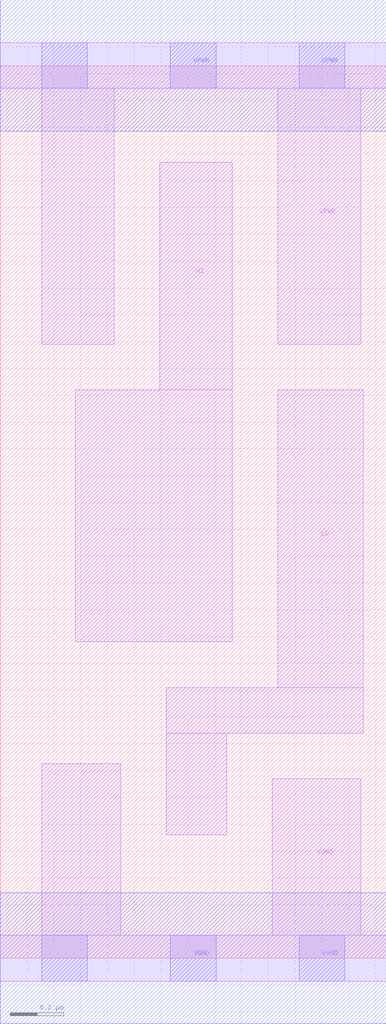
<source format=lef>
# Copyright 2020 The SkyWater PDK Authors
#
# Licensed under the Apache License, Version 2.0 (the "License");
# you may not use this file except in compliance with the License.
# You may obtain a copy of the License at
#
#     https://www.apache.org/licenses/LICENSE-2.0
#
# Unless required by applicable law or agreed to in writing, software
# distributed under the License is distributed on an "AS IS" BASIS,
# WITHOUT WARRANTIES OR CONDITIONS OF ANY KIND, either express or implied.
# See the License for the specific language governing permissions and
# limitations under the License.
#
# SPDX-License-Identifier: Apache-2.0

VERSION 5.7 ;
  NAMESCASESENSITIVE ON ;
  NOWIREEXTENSIONATPIN ON ;
  DIVIDERCHAR "/" ;
  BUSBITCHARS "[]" ;
UNITS
  DATABASE MICRONS 200 ;
END UNITS
MACRO sky130_fd_sc_lp__conb_0
  CLASS CORE ;
  SOURCE USER ;
  FOREIGN sky130_fd_sc_lp__conb_0 ;
  ORIGIN  0.000000  0.000000 ;
  SIZE  1.440000 BY  3.330000 ;
  SYMMETRY X Y R90 ;
  SITE unit ;
  PIN HI
    ANTENNADIFFAREA  0.179200 ;
    ANTENNAGATEAREA  0.159000 ;
    DIRECTION OUTPUT ;
    USE SIGNAL ;
    PORT
      LAYER li1 ;
        RECT 0.280000 1.180000 0.865000 2.120000 ;
        RECT 0.595000 2.120000 0.865000 2.970000 ;
    END
  END HI
  PIN LO
    ANTENNADIFFAREA  0.117600 ;
    ANTENNAGATEAREA  0.159000 ;
    DIRECTION OUTPUT ;
    USE SIGNAL ;
    PORT
      LAYER li1 ;
        RECT 0.620000 0.460000 0.845000 0.840000 ;
        RECT 0.620000 0.840000 1.355000 1.010000 ;
        RECT 1.035000 1.010000 1.355000 2.120000 ;
    END
  END LO
  PIN VGND
    DIRECTION INOUT ;
    USE GROUND ;
    PORT
      LAYER li1 ;
        RECT 0.000000 -0.085000 1.440000 0.085000 ;
        RECT 0.155000  0.085000 0.450000 0.725000 ;
        RECT 1.015000  0.085000 1.345000 0.670000 ;
      LAYER mcon ;
        RECT 0.155000 -0.085000 0.325000 0.085000 ;
        RECT 0.635000 -0.085000 0.805000 0.085000 ;
        RECT 1.115000 -0.085000 1.285000 0.085000 ;
      LAYER met1 ;
        RECT 0.000000 -0.245000 1.440000 0.245000 ;
    END
  END VGND
  PIN VPWR
    DIRECTION INOUT ;
    USE POWER ;
    PORT
      LAYER li1 ;
        RECT 0.000000 3.245000 1.440000 3.415000 ;
        RECT 0.155000 2.290000 0.425000 3.245000 ;
        RECT 1.035000 2.290000 1.345000 3.245000 ;
      LAYER mcon ;
        RECT 0.155000 3.245000 0.325000 3.415000 ;
        RECT 0.635000 3.245000 0.805000 3.415000 ;
        RECT 1.115000 3.245000 1.285000 3.415000 ;
      LAYER met1 ;
        RECT 0.000000 3.085000 1.440000 3.575000 ;
    END
  END VPWR
END sky130_fd_sc_lp__conb_0

</source>
